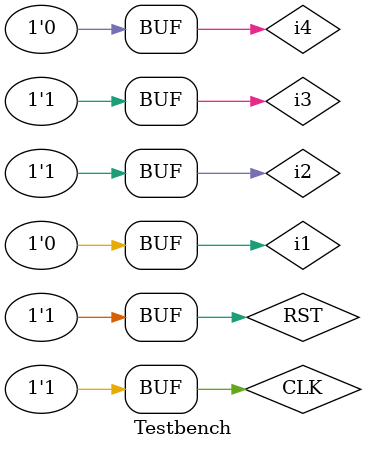
<source format=v>
module FSM(reset, clk, i1, i2, i4, i3, out);
	input reset, clk, i1, i2, i4, i3;
	output reg[16:0] out;
	parameter s1 = 0, s2 = 200, s3 = 700, s4 = 900, s5 = 1300, s6 = 1800, s7 = 2300, s8 = 2800, s9 = 3100, s10 = 3400, s11 = 3600, s12 = 3800, s13 = 4100;
	reg[16:0] state, nextState;

	always @(*) begin
		if(reset) begin
			state <= s1;
		end
		else begin
			state <= nextState;
		end
	end

	always @(i1, i2, i4, i3, clk) begin
		case(state)
		s1 : begin
			$display("this is s1 state");
			out <= s1;
			if(i3 == 1) nextState <= s2;
			else nextState <= s1;
		end
		s2 : begin
			$display("this is s2 state");
			out <= s2;
			if(i1 == 1 && i4 == 1) nextState <= s3;
			else nextState <= s1;
		end
		s3 : begin
			$display("this is s3 state");
			out <= s3;
			if(i3 == 0) nextState <= s4;
			else nextState <= s1;
		end
		s4 : begin
			$display("this is s4 state");
			out <= s4;
			if(i1 == 0 && i3 == 1) nextState <= s5;
			else nextState <= s1;
		end
		s5 : begin
			out <= s5;
			if(i2 == 1 && i1 == 0 && i4 == 0) nextState <= s6;
			else nextState <= s1;
		end
		s6 : begin
			out <= s6;
			if(i1 == 1) nextState <= s7;
			else nextState <= s1;
		end
		s7 : begin
			if(i4 == 1) nextState <= s8;
			else nextState <= s1;
		end
		s8 : begin
			if(i4 == 0 && i3 == 0) nextState <= s9;
			else nextState <= s1;
		end
		s9 : begin
			if(i1 == 0 && i4 == 1) nextState <= s10;
			else nextState <= s1;
		end
		s10 : begin
			if(i2 == 0 && i3 == 1) nextState <= s11;
			else nextState <= s1;
		end
		s11 : begin
			if(i1 == 1 && i4 == 0) nextState <= s12;
			else nextState <= s1;
		end
		s12 : begin
			if(i3 == 0) nextState <= s13;
			else nextState <= s1;
		end
		s13 : begin
			$display("this is end state");
		end
		endcase
	end
endmodule

module Testbench;
	reg RST, CLK;
	reg i1, i2, i3, i4, t;
	wire[16:0] out;

	FSM f(RST, CLK, i1, i2, i4, i3, out);
	always begin
		CLK <= 0;
		#50;
		CLK <= 1;
		#50;
	end

	initial begin
		RST <= 1;
		i1 <= 0;
		i2 <= 0;
		i3 <= 0;
		i4 <= 0;
$display("phrase1");
		#50;
		RST <= 0;
		i3 <= 1;
		//state2
$display("phrase2");
		#50;
		i1 <= 1;
		i4 <= 1;
		//t <= ~t;
		//state3
$display("phrase3");		//wrong input path
		#50
		i2 <= 1;
		//state1
$display("phrase4");
		#50
		i3 <= 1;
		//state2
$display("phrase5");
		#50;
		i1 <= 1;
		i4 <= 1;
		//state3
$display("phrase6");
		#50
		i3 <= 0;
		//state4
$display("phrase7");
		#50
		i1 <= 0;
		i3 <= 1;
$display("phrase8");
		#50
		i1 <= 0;
		i2 <= 1;
		i4 <= 0;
		RST <= 1;
	end
endmodule
	

</source>
